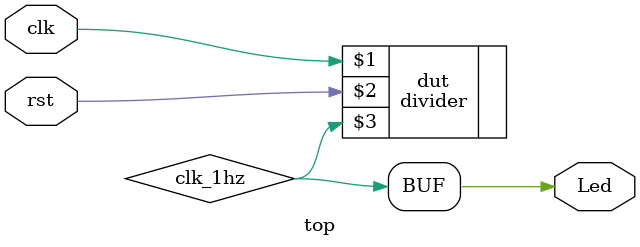
<source format=v>
module top(
    clk,
    rst,
    Led
);

input wire clk, rst;
output wire Led;

wire clk_1hz;

divider dut(clk, rst, clk_1hz);

assign Led = clk_1hz;

endmodule
</source>
